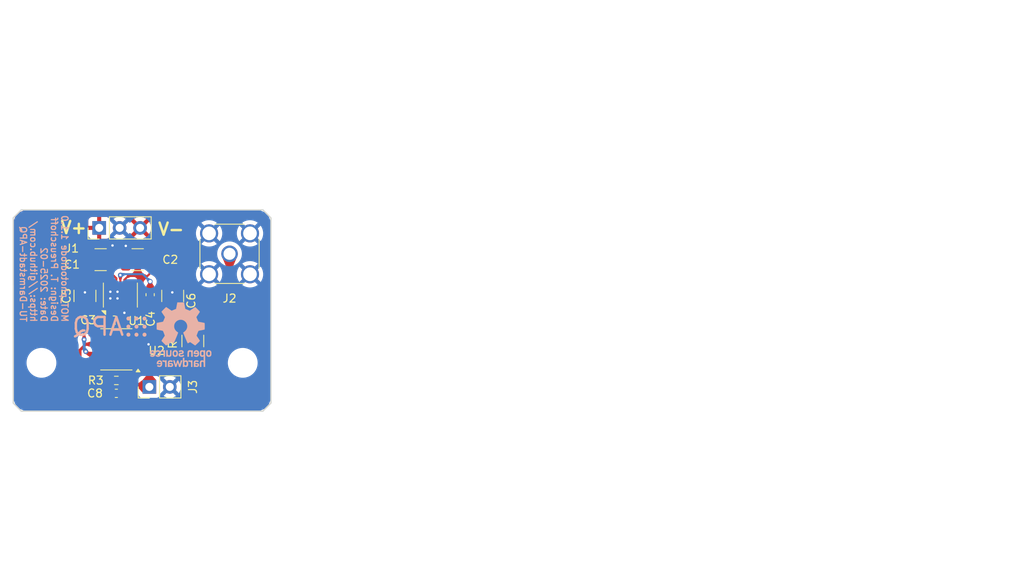
<source format=kicad_pcb>
(kicad_pcb (version 20241229) (generator "pcbnew") (generator_version "9.0")
  (title_block (title "MOT Photodiode") (date "2025-02-27") (rev "1.1.0") (company "Atoms Photons Quanta") (comment 1 "and Tilman Preuschoff") (comment 2 "Copyright (©) 2025, Patrick Baus <patrick.baus@physik.tu-darmstadt.de>") (comment 3 "Licensed under CERN OHL v.1.2"))
  (layers (0 "F.Cu" signal) (2 "B.Cu" power) (13 "F.Paste" user) (15 "B.Paste" user) (5 "F.SilkS" user "F.Silkscreen") (7 "B.SilkS" user "B.Silkscreen") (1 "F.Mask" user) (3 "B.Mask" user) (25 "Edge.Cuts" user))
  (net 0 "")
  (net 1 "GND")
  (net 2 "V+")
  (net 3 "V-")
  (net 4 "Net-(C8-Pad1)")
  (net 5 "Net-(U1A-BYPP)")
  (net 6 "Net-(U1B-BYPN)")
  (net 7 "Net-(J3-Pin_1)")
  (net 8 "Net-(J2-In)")
  (net 13 "+15V")
  (net 14 "-15V")
  (footprint "Capacitor_SMD:C_1210_3225Metric" (layer "F.Cu") (at 138.3 93.4375)
    (property "Reference" "C1" (at -3.55 0.6 0) (layer "F.SilkS"))
    (property "Value" "10u")
    (pad "1" smd roundrect (at -1.475 0) (size 1.15 2.7) (layers "F.Cu" "F.Mask" "F.Paste") (roundrect_rratio 0.217391) (net 13 "+15V"))
    (pad "2" smd roundrect (at 1.475 0) (size 1.15 2.7) (layers "F.Cu" "F.Mask" "F.Paste") (roundrect_rratio 0.217391) (net 1 "GND"))
  )
  (footprint "Capacitor_SMD:C_1210_3225Metric" (layer "F.Cu") (at 142.9 93.4375)
    (property "Reference" "C2" (at 4.05 0 0) (layer "F.SilkS"))
    (property "Value" "10u")
    (pad "1" smd roundrect (at -1.475 0) (size 1.15 2.7) (layers "F.Cu" "F.Mask" "F.Paste") (roundrect_rratio 0.217391) (net 1 "GND"))
    (pad "2" smd roundrect (at 1.475 0) (size 1.15 2.7) (layers "F.Cu" "F.Mask" "F.Paste") (roundrect_rratio 0.217391) (net 14 "-15V"))
  )
  (footprint "Capacitor_SMD:C_0603_1608Metric" (layer "F.Cu") (at 140 100.9375)
    (property "Reference" "C3" (at -3.25 0 0) (layer "F.SilkS"))
    (property "Value" "10n")
    (pad "1" smd roundrect (at -0.775 0) (size 0.9 0.95) (layers "F.Cu" "F.Mask" "F.Paste") (net 2 "V+"))
    (pad "2" smd roundrect (at 0.775 0) (size 0.9 0.95) (layers "F.Cu" "F.Mask" "F.Paste") (net 5 "Net-(U1A-BYPP)"))
  )
  (footprint "Capacitor_SMD:C_0603_1608Metric" (layer "F.Cu") (at 144.45 97.7875 -90)
    (property "Reference" "C4" (at 3 -0.05 270) (layer "F.SilkS"))
    (property "Value" "10n")
    (pad "1" smd roundrect (at -0.775 0 270) (size 0.9 0.95) (layers "F.Cu" "F.Mask" "F.Paste") (net 6 "Net-(U1B-BYPN)"))
    (pad "2" smd roundrect (at 0.775 0 270) (size 0.9 0.95) (layers "F.Cu" "F.Mask" "F.Paste") (net 3 "V-"))
  )
  (footprint "Capacitor_SMD:C_0603_1608Metric" (layer "F.Cu") (at 140.25 110.0375)
    (property "Reference" "C8" (at -2.65 0 0) (layer "F.SilkS"))
    (property "Value" "330p")
    (pad "1" smd roundrect (at -0.775 0) (size 0.9 0.95) (layers "F.Cu" "F.Mask" "F.Paste") (net 4 "Net-(C8-Pad1)"))
    (pad "2" smd roundrect (at 0.775 0) (size 0.9 0.95) (layers "F.Cu" "F.Mask" "F.Paste") (net 7 "Net-(J3-Pin_1)"))
  )
  (footprint "Connector_Coaxial:SMA_Amphenol_132134_Vertical" (layer "F.Cu") (at 154.31 92.71)
    (property "Reference" "J2" (at 0 5.54 0) (layer "F.SilkS"))
    (property "Value" "output")
    (pad "1" thru_hole circle (at 0 0) (size 2.05 2.05) (drill 1.5) (layers "*.Cu" "*.Mask") (net 8 "Net-(J2-In)"))
    (pad "2" thru_hole circle (at -2.54 -2.54) (size 2.25 2.25) (drill 1.7) (layers "*.Cu" "*.Mask") (net 1 "GND"))
    (pad "2" thru_hole circle (at -2.54 2.54) (size 2.25 2.25) (drill 1.7) (layers "*.Cu" "*.Mask") (net 1 "GND"))
    (pad "2" thru_hole circle (at 2.54 -2.54) (size 2.25 2.25) (drill 1.7) (layers "*.Cu" "*.Mask") (net 1 "GND"))
    (pad "2" thru_hole circle (at 2.54 2.54) (size 2.25 2.25) (drill 1.7) (layers "*.Cu" "*.Mask") (net 1 "GND"))
  )
  (footprint "Resistor_SMD:R_0603_1608Metric" (layer "F.Cu") (at 140.25 108.4375)
    (property "Reference" "R3" (at -2.55 0 0) (layer "F.SilkS"))
    (property "Value" "2.67k")
    (pad "1" smd roundrect (at -0.825 0) (size 0.8 0.95) (layers "F.Cu" "F.Mask" "F.Paste") (net 4 "Net-(C8-Pad1)"))
    (pad "2" smd roundrect (at 0.825 0) (size 0.8 0.95) (layers "F.Cu" "F.Mask" "F.Paste") (net 7 "Net-(J3-Pin_1)"))
  )
  (footprint "Package_DFN_QFN:Linear_DE14MA" (layer "F.Cu") (at 140.75 97.8375 90)
    (property "Reference" "U1" (at -3.2 2 180) (layer "F.SilkS"))
    (property "Value" "LT3032-12")
    (pad "1" smd rect (at -1.4 -1.5 90) (size 0.7 0.25) (layers "F.Cu" "F.Mask" "F.Paste") (net 2 "V+"))
    (pad "2" smd rect (at -1.4 -1 90) (size 0.7 0.25) (layers "F.Cu" "F.Mask" "F.Paste"))
    (pad "3" smd rect (at -1.4 -0.5 90) (size 0.7 0.25) (layers "F.Cu" "F.Mask" "F.Paste") (net 5 "Net-(U1A-BYPP)"))
    (pad "4" smd custom (at 0 -0.79 90) (size 1.65 1.28) (layers "F.Cu" "F.Mask" "F.Paste") (net 1 "GND") (options (clearance outline) (anchor rect)) (primitives (gr_circle (center 0.575 -0.64) (end 0.825 -0.64) (width 0) (fill yes)) (gr_circle (center 0.575 0.64) (end 0.825 0.64) (width 0) (fill yes)) (gr_poly (pts (xy 0.575 0.89) (xy -0.825 0.89) (xy -0.825 -0.64) (xy -0.575 -0.89) (xy 0.575 -0.89)) (width 0) (fill yes)) (gr_poly (pts (xy -0.78 0.89) (xy -0.88 0.915) (xy -1.75 0.915) (xy -1.75 0.665) (xy -0.78 0.665)) (width 0) (fill yes)) (gr_poly (pts (xy -0.825 0.665) (xy -1.075 0.665) (xy -1.025 0.66) (xy -0.977 0.645) (xy -0.935 0.622) (xy -0.897 0.591) (xy -0.866 0.552) (xy -0.844 0.511) (xy -0.83 0.464) (xy -0.825 0.415)) (width 0.001) (fill yes))))
    (pad "5" smd rect (at -1.4 0.5 90) (size 0.7 0.25) (layers "F.Cu" "F.Mask" "F.Paste") (net 1 "GND"))
    (pad "6" smd rect (at -1.4 1 90) (size 0.7 0.25) (layers "F.Cu" "F.Mask" "F.Paste") (net 14 "-15V"))
    (pad "7" smd rect (at -1.4 1.5 90) (size 0.7 0.25) (layers "F.Cu" "F.Mask" "F.Paste") (net 3 "V-"))
    (pad "8" smd rect (at 1.4 1.5 90) (size 0.7 0.25) (layers "F.Cu" "F.Mask" "F.Paste"))
    (pad "9" smd custom (at 0 1.145 90) (size 1.15 1.07) (layers "F.Cu" "F.Mask" "F.Paste") (net 14 "-15V") (options (clearance outline) (anchor rect)) (primitives (gr_circle (center -0.575 -0.285) (end -0.325 -0.285) (width 0) (fill yes)) (gr_circle (center 0.575 -0.285) (end 0.825 -0.285) (width 0) (fill yes)) (gr_circle (center -0.575 0.285) (end -0.325 0.285) (width 0) (fill yes)) (gr_circle (center 0.575 0.285) (end 0.825 0.285) (width 0) (fill yes)) (gr_poly (pts (xy 0.825 0.285) (xy -0.825 0.285) (xy -0.825 -0.285) (xy 0.825 -0.285)) (width 0) (fill yes)) (gr_poly (pts (xy 1.75 -0.02) (xy 0.825 -0.02) (xy 0.825 -0.27) (xy 1.75 -0.27)) (width 0) (fill yes))))
    (pad "10" smd rect (at 1.4 0.5 90) (size 0.7 0.25) (layers "F.Cu" "F.Mask" "F.Paste") (net 14 "-15V"))
    (pad "11" smd rect (at 1.4 0 90) (size 0.7 0.25) (layers "F.Cu" "F.Mask" "F.Paste") (net 6 "Net-(U1B-BYPN)"))
    (pad "12" smd rect (at 1.4 -0.5 90) (size 0.7 0.25) (layers "F.Cu" "F.Mask" "F.Paste") (net 13 "+15V"))
    (pad "13" smd rect (at 1.4 -1 90) (size 0.7 0.25) (layers "F.Cu" "F.Mask" "F.Paste"))
    (pad "14" smd rect (at 1.4 -1.5 90) (size 0.7 0.25) (layers "F.Cu" "F.Mask" "F.Paste") (net 13 "+15V"))
  )
  (footprint "Connector_PinHeader_2.54mm:PinHeader_1x03_P2.54mm_Vertical" (layer "F.Cu") (at 138.12 89.49 90)
    (property "Reference" "J1" (at -2.5475 -3.37 180) (layer "F.SilkS"))
    (property "Value" "Supply")
    (pad "1" thru_hole rect (at 0 0 90) (size 1.7 1.7) (drill 1) (layers "*.Cu" "*.Mask") (net 13 "+15V"))
    (pad "2" thru_hole circle (at 0 2.54 90) (size 1.7 1.7) (drill 1) (layers "*.Cu" "*.Mask") (net 1 "GND"))
    (pad "3" thru_hole circle (at 0 5.08 90) (size 1.7 1.7) (drill 1) (layers "*.Cu" "*.Mask") (net 14 "-15V"))
  )
  (footprint "Capacitor_SMD:C_1210_3225Metric" (layer "F.Cu") (at 136.35 97.9375 90)
    (property "Reference" "C5" (at 0 -2.3 90) (layer "F.SilkS"))
    (property "Value" "10u")
    (pad "1" smd roundrect (at -1.475 0 90) (size 1.15 2.7) (layers "F.Cu" "F.Mask" "F.Paste") (roundrect_rratio 0.217391) (net 2 "V+"))
    (pad "2" smd roundrect (at 1.475 0 90) (size 1.15 2.7) (layers "F.Cu" "F.Mask" "F.Paste") (roundrect_rratio 0.217391) (net 1 "GND"))
  )
  (footprint "Capacitor_SMD:C_1210_3225Metric" (layer "F.Cu") (at 147.25 97.9375 -90)
    (property "Reference" "C6" (at 0.6 -2.3 270) (layer "F.SilkS"))
    (property "Value" "10u")
    (pad "1" smd roundrect (at -1.475 0 270) (size 1.15 2.7) (layers "F.Cu" "F.Mask" "F.Paste") (roundrect_rratio 0.217391) (net 1 "GND"))
    (pad "2" smd roundrect (at 1.475 0 270) (size 1.15 2.7) (layers "F.Cu" "F.Mask" "F.Paste") (roundrect_rratio 0.217391) (net 3 "V-"))
  )
  (footprint "Connector_PinHeader_2.54mm:PinHeader_1x02_P2.54mm_Vertical" (layer "F.Cu") (at 144.35 109.2375 90)
    (property "Reference" "J3" (at 0 5.4 90) (layer "F.SilkS"))
    (property "Value" "photodiode")
    (pad "1" thru_hole rect (at 0 0 90) (size 1.7 1.7) (drill 1) (layers "*.Cu" "*.Mask") (net 7 "Net-(J3-Pin_1)"))
    (pad "2" thru_hole circle (at 0 2.54 90) (size 1.7 1.7) (drill 1) (layers "*.Cu" "*.Mask") (net 1 "GND"))
  )
  (footprint "Resistor_SMD:R_1210_3225Metric" (layer "F.Cu") (at 149.75 103.5375 -90)
    (property "Reference" "R4" (at 0 2.5 90) (layer "F.SilkS"))
    (property "Value" "49.9R")
    (pad "1" smd roundrect (at -1.4625 0 270) (size 1.125 2.65) (layers "F.Cu" "F.Mask" "F.Paste") (roundrect_rratio 0.222222) (net 8 "Net-(J2-In)"))
    (pad "2" smd roundrect (at 1.4625 0 270) (size 1.125 2.65) (layers "F.Cu" "F.Mask" "F.Paste") (roundrect_rratio 0.222222) (net 4 "Net-(C8-Pad1)"))
  )
  (footprint "Package_SO:SOIC-8-1EP_3.9x4.9mm_P1.27mm_EP2.29x3mm" (layer "F.Cu") (at 140.25 104.5725 180)
    (property "Reference" "U2" (at -5 -0.1775 180) (layer "F.SilkS"))
    (property "Value" "ADA4898-1YRDZ")
    (pad "1" smd roundrect (at -2.475 -1.905 180) (size 1.95 0.6) (layers "F.Cu" "F.Mask" "F.Paste"))
    (pad "2" smd roundrect (at -2.475 -0.635 180) (size 1.95 0.6) (layers "F.Cu" "F.Mask" "F.Paste") (net 7 "Net-(J3-Pin_1)"))
    (pad "3" smd roundrect (at -2.475 0.635 180) (size 1.95 0.6) (layers "F.Cu" "F.Mask" "F.Paste") (net 1 "GND"))
    (pad "4" smd roundrect (at -2.475 1.905 180) (size 1.95 0.6) (layers "F.Cu" "F.Mask" "F.Paste") (net 3 "V-"))
    (pad "5" smd roundrect (at 2.475 1.905 180) (size 1.95 0.6) (layers "F.Cu" "F.Mask" "F.Paste"))
    (pad "6" smd roundrect (at 2.475 0.635 180) (size 1.95 0.6) (layers "F.Cu" "F.Mask" "F.Paste") (net 4 "Net-(C8-Pad1)"))
    (pad "7" smd roundrect (at 2.475 -0.635 180) (size 1.95 0.6) (layers "F.Cu" "F.Mask" "F.Paste") (net 2 "V+"))
    (pad "8" smd roundrect (at 2.475 -1.905 180) (size 1.95 0.6) (layers "F.Cu" "F.Mask" "F.Paste"))
    (pad "9" smd rect (at 0 0 180) (size 2.29 3) (property pad_prop_heatsink) (layers "F.Cu" "F.Mask") (net 3 "V-"))
  )
  (footprint "MountingHole:MountingHole_3.2mm_M3" (layer "F.Cu") (at 130.95 106.25)
    (property "Reference" "H1" (hide yes))
    (property "Value" "MountingHole")
    (pad "" np_thru_hole circle (at 0 0) (size 3.2 3.2) (drill 3.2) (layers "*.Cu" "*.Mask"))
  )
  (footprint "MountingHole:MountingHole_3.2mm_M3" (layer "F.Cu") (at 155.95 106.25)
    (property "Reference" "H2" (hide yes))
    (property "Value" "MountingHole")
    (pad "" np_thru_hole circle (at 0 0) (size 3.2 3.2) (drill 3.2) (layers "*.Cu" "*.Mask"))
  )
  (footprint "Symbol:OSHW-Logo_7.5x8mm_SilkScreen" (layer "B.Cu") (at 148.25 102.75 180)
    (property "Reference" "SYM1" (hide yes))
    (property "Value" "Logo_Open_Hardware_Small" (hide yes))
  )
  (footprint "custom_footprints_project:APQ-Logo_small" (layer "B.Cu") (at 143.75 100.75 180)
    (property "Reference" "SYM2" (hide yes))
    (property "Value" "Logo_APQ")
    (fp_text user "APQ" (at 5.75 -1 0) (layer "B.SilkS") (effects (font (size 2.2 2.2) (thickness 0.3)) (justify mirror)))
  )
  (gr_line (start 128.45 112.25) (end 158.45 112.25) (stroke (width 0.15)) (layer "Edge.Cuts"))
  (gr_line (start 159.45 111.25) (end 159.45 88.25) (stroke (width 0.15)) (layer "Edge.Cuts"))
  (gr_line (start 159.45 88.25) (end 158.45 87.25) (stroke (width 0.15)) (layer "Edge.Cuts"))
  (gr_line (start 158.45 87.25) (end 128.45 87.25) (stroke (width 0.15)) (layer "Edge.Cuts"))
  (gr_line (start 127.45 88.25) (end 127.45 111.25) (stroke (width 0.15)) (layer "Edge.Cuts"))
  (gr_line (start 127.45 88.25) (end 128.45 87.25) (stroke (width 0.15)) (layer "Edge.Cuts"))
  (gr_line (start 158.45 112.25) (end 159.45 111.25) (stroke (width 0.15)) (layer "Edge.Cuts"))
  (gr_line (start 128.45 112.25) (end 127.45 111.25) (stroke (width 0.15)) (layer "Edge.Cuts"))
  (gr_text "V+" (at 134.95 89.45 0) (layer "F.SilkS") (effects (font (size 1.5 1.5) (thickness 0.3))))
  (gr_text "V-" (at 147.05 89.65 0) (layer "F.SilkS") (effects (font (size 1.5 1.5) (thickness 0.3))))
  (gr_text "MOT_photodiode 1.1.0\nDesign: T. Preuschoff\nDate: 2025-02\nhttps://github.com/\nTU-Darmstadt-APQ" (at 131.25 101.25 270) (layer "B.SilkS") (effects (font (size 0.8 0.8) (thickness 0.15) (bold yes)) (justify left mirror)))
  (segment (start 147.2 97.5) (end 147.25 97.45) (width 0.25) (layer "F.Cu") (net 1))
  (segment (start 140.9375 100.0375) (end 140.75 99.85) (width 0.25) (layer "F.Cu") (net 1))
  (segment (start 147.25 97.45) (end 147.25 96.4625) (width 0.25) (layer "F.Cu") (net 1))
  (segment (start 140.75 99.85) (end 140.75 98.605) (width 0.25) (layer "F.Cu") (net 1))
  (segment (start 144.2375 103.9375) (end 144.25 103.95) (width 0.35) (layer "F.Cu") (net 1))
  (segment (start 136.35 96.4625) (end 136.35 97.5) (width 0.25) (layer "F.Cu") (net 1))
  (segment (start 141.425 91.725) (end 141.425 93.4375) (width 0.35) (layer "F.Cu") (net 1))
  (segment (start 142.725 103.9375) (end 144.2375 103.9375) (width 0.35) (layer "F.Cu") (net 1))
  (segment (start 139.775 91.675) (end 139.775 93.4375) (width 0.35) (layer "F.Cu") (net 1))
  (segment (start 141.25 100.0375) (end 141.25 99.2875) (width 0.25) (layer "F.Cu") (net 1))
  (segment (start 141.25 100.0375) (end 140.9375 100.0375) (width 0.25) (layer "F.Cu") (net 1))
  (segment (start 140.75 98.605) (end 140.395 98.25) (width 0.25) (layer "F.Cu") (net 1))
  (via (at 139.505 97.425) (size 0.6) (drill 0.3) (layers "F.Cu" "B.Cu") (net 1))
  (via (at 139.505 98.25) (size 0.6) (drill 0.3) (layers "F.Cu" "B.Cu") (net 1))
  (via (at 144.25 103.95) (size 0.6) (drill 0.3) (layers "F.Cu" "B.Cu") (net 1))
  (via (at 140.395 97.425) (size 0.6) (drill 0.3) (layers "F.Cu" "B.Cu") (net 1))
  (via (at 136.35 97.5) (size 0.6) (drill 0.3) (layers "F.Cu" "B.Cu") (net 1))
  (via (at 141.425 91.725) (size 0.6) (drill 0.3) (layers "F.Cu" "B.Cu") (net 1))
  (via (at 141.25 100.0375) (size 0.6) (drill 0.3) (layers "F.Cu" "B.Cu") (net 1))
  (via (at 140.395 98.25) (size 0.6) (drill 0.3) (layers "F.Cu" "B.Cu") (net 1))
  (via (at 139.775 91.675) (size 0.6) (drill 0.3) (layers "F.Cu" "B.Cu") (net 1))
  (via (at 147.2 97.5) (size 0.6) (drill 0.3) (layers "F.Cu" "B.Cu") (net 1))
  (segment (start 139.225 100.175) (end 139.225 100.9375) (width 0.25) (layer "F.Cu") (net 2))
  (segment (start 136.25 101.35) (end 136.6625 100.9375) (width 0.25) (layer "F.Cu") (net 2))
  (segment (start 136.6625 100.9375) (end 136.35 100.625) (width 0.25) (layer "F.Cu") (net 2))
  (segment (start 136.6625 100.9375) (end 139.225 100.9375) (width 0.25) (layer "F.Cu") (net 2))
  (segment (start 139.25 99.2375) (end 139.25 100.15) (width 0.25) (layer "F.Cu") (net 2))
  (segment (start 136.35 100.625) (end 136.35 99.4125) (width 0.25) (layer "F.Cu") (net 2))
  (segment (start 136.45 104.85) (end 136.8075 105.2075) (width 0.35) (layer "F.Cu") (net 2))
  (segment (start 136.8075 105.2075) (end 137.775 105.2075) (width 0.35) (layer "F.Cu") (net 2))
  (segment (start 139.25 100.15) (end 139.225 100.175) (width 0.25) (layer "F.Cu") (net 2))
  (segment (start 136.25 103.35) (end 136.25 101.35) (width 0.25) (layer "F.Cu") (net 2))
  (via (at 136.45 104.85) (size 0.6) (drill 0.3) (layers "F.Cu" "B.Cu") (net 2))
  (via (at 136.25 103.35) (size 0.6) (drill 0.3) (layers "F.Cu" "B.Cu") (net 2))
  (segment (start 136.25 103.35) (end 136.25 104.65) (width 0.35) (layer "B.Cu") (net 2))
  (segment (start 136.25 104.65) (end 136.45 104.85) (width 0.35) (layer "B.Cu") (net 2))
  (segment (start 142.25 99.2375) (end 142.25 99.95) (width 0.25) (layer "F.Cu") (net 3))
  (segment (start 142.25 99.95) (end 142.4 100.1) (width 0.25) (layer "F.Cu") (net 3))
  (segment (start 143.7 100.1) (end 144.45 99.35) (width 0.25) (layer "F.Cu") (net 3))
  (segment (start 144.45 98.5625) (end 144.45 98.5375) (width 0.25) (layer "F.Cu") (net 3))
  (segment (start 145.825 99.4125) (end 147.25 99.4125) (width 0.25) (layer "F.Cu") (net 3))
  (segment (start 141.1325 102.6675) (end 140.25 103.55) (width 0.35) (layer "F.Cu") (net 3))
  (segment (start 144.975 98.5625) (end 145.825 99.4125) (width 0.25) (layer "F.Cu") (net 3))
  (segment (start 145.0325 102.6675) (end 147.25 100.45) (width 0.35) (layer "F.Cu") (net 3))
  (segment (start 142.725 102.6675) (end 145.0325 102.6675) (width 0.35) (layer "F.Cu") (net 3))
  (segment (start 144.45 98.5625) (end 144.975 98.5625) (width 0.25) (layer "F.Cu") (net 3))
  (segment (start 140.25 103.55) (end 140.25 104.5725) (width 0.35) (layer "F.Cu") (net 3))
  (segment (start 142.725 102.6675) (end 141.1325 102.6675) (width 0.35) (layer "F.Cu") (net 3))
  (segment (start 144.45 99.35) (end 144.45 98.5625) (width 0.25) (layer "F.Cu") (net 3))
  (segment (start 147.25 100.45) (end 147.25 99.4125) (width 0.35) (layer "F.Cu") (net 3))
  (segment (start 142.4 100.1) (end 143.7 100.1) (width 0.25) (layer "F.Cu") (net 3))
  (segment (start 149.35 107.1375) (end 149.75 106.7375) (width 0.5) (layer "F.Cu") (net 4))
  (segment (start 149.35 110.5375) (end 149.35 107.1375) (width 0.5) (layer "F.Cu") (net 4))
  (segment (start 136.5375 108.4375) (end 139.425 108.4375) (width 0.35) (layer "F.Cu") (net 4))
  (segment (start 135.75 107.65) (end 136.5375 108.4375) (width 0.35) (layer "F.Cu") (net 4))
  (segment (start 149.75 106.7375) (end 149.75 105) (width 0.5) (layer "F.Cu") (net 4))
  (segment (start 135.75 104.65) (end 135.75 107.65) (width 0.35) (layer "F.Cu") (net 4))
  (segment (start 137.775 103.9375) (end 136.4625 103.9375) (width 0.35) (layer "F.Cu") (net 4))
  (segment (start 139.425 109.2375) (end 139.475 109.2875) (width 0.25) (layer "F.Cu") (net 4))
  (segment (start 139.475 109.2875) (end 139.475 110.0375) (width 0.25) (layer "F.Cu") (net 4))
  (segment (start 139.475 110.0375) (end 139.475 110.8625) (width 0.5) (layer "F.Cu") (net 4))
  (segment (start 148.6375 111.25) (end 149.35 110.5375) (width 0.5) (layer "F.Cu") (net 4))
  (segment (start 136.4625 103.9375) (end 135.75 104.65) (width 0.35) (layer "F.Cu") (net 4))
  (segment (start 139.475 110.8625) (end 139.8625 111.25) (width 0.5) (layer "F.Cu") (net 4))
  (segment (start 139.8625 111.25) (end 148.6375 111.25) (width 0.5) (layer "F.Cu") (net 4))
  (segment (start 139.425 108.4375) (end 139.425 109.2375) (width 0.25) (layer "F.Cu") (net 4))
  (segment (start 140.25 100.4375) (end 140.75 100.9375) (width 0.25) (layer "F.Cu") (net 5))
  (segment (start 140.25 99.2875) (end 140.25 100.4375) (width 0.25) (layer "F.Cu") (net 5))
  (segment (start 144.45 96.15) (end 144.45 97.0125) (width 0.25) (layer "F.Cu") (net 6))
  (segment (start 140.75 95.357825) (end 140.75 96.3875) (width 0.25) (layer "F.Cu") (net 6))
  (via (at 140.75 95.357825) (size 0.6) (drill 0.3) (layers "F.Cu" "B.Cu") (net 6))
  (via (at 144.45 96.15) (size 0.6) (drill 0.4) (layers "F.Cu" "B.Cu") (net 6))
  (segment (start 143.5375 95.2375) (end 144.45 96.15) (width 0.25) (layer "B.Cu") (net 6))
  (segment (start 140.75 95.357825) (end 140.870325 95.2375) (width 0.25) (layer "B.Cu") (net 6))
  (segment (start 140.870325 95.2375) (end 143.5375 95.2375) (width 0.25) (layer "B.Cu") (net 6))
  (segment (start 143.05 109.2375) (end 144.35 109.2375) (width 0.25) (layer "F.Cu") (net 7))
  (segment (start 141.075 108.4375) (end 141.075 109.2375) (width 0.25) (layer "F.Cu") (net 7))
  (segment (start 141.025 109.2875) (end 141.025 110.0375) (width 0.25) (layer "F.Cu") (net 7))
  (segment (start 142.25 108.4375) (end 143.05 109.2375) (width 0.25) (layer "F.Cu") (net 7))
  (segment (start 144.35 105.6375) (end 143.92 105.2075) (width 0.25) (layer "F.Cu") (net 7))
  (segment (start 144.35 109.2375) (end 144.35 105.6375) (width 0.25) (layer "F.Cu") (net 7))
  (segment (start 142.725 105.2075) (end 143.92 105.2075) (width 0.25) (layer "F.Cu") (net 7))
  (segment (start 141.075 108.4375) (end 142.25 108.4375) (width 0.25) (layer "F.Cu") (net 7))
  (segment (start 141.075 109.2375) (end 141.025 109.2875) (width 0.25) (layer "F.Cu") (net 7))
  (segment (start 154.31 99.4775) (end 151.7125 102.075) (width 0.5) (layer "F.Cu") (net 8))
  (segment (start 154.31 92.71) (end 154.31 99.4775) (width 0.5) (layer "F.Cu") (net 8))
  (segment (start 151.7125 102.075) (end 149.75 102.075) (width 0.5) (layer "F.Cu") (net 8))
  (segment (start 140.25 95.75) (end 139.9375 95.4375) (width 0.25) (layer "F.Cu") (net 13))
  (segment (start 140.25 96.4375) (end 140.25 95.75) (width 0.25) (layer "F.Cu") (net 13))
  (segment (start 138.2 95) (end 138.2 93.4375) (width 0.25) (layer "F.Cu") (net 13))
  (segment (start 138.2 93.4375) (end 136.825 93.4375) (width 0.25) (layer "F.Cu") (net 13))
  (segment (start 139.25 96.05) (end 138.2 95) (width 0.25) (layer "F.Cu") (net 13))
  (segment (start 139.25 96.4375) (end 139.25 96.05) (width 0.25) (layer "F.Cu") (net 13))
  (segment (start 139.9375 95.4375) (end 138.6375 95.4375) (width 0.25) (layer "F.Cu") (net 13))
  (segment (start 144.4 93.6775) (end 144.4 95.1775) (width 0.25) (layer "F.Cu") (net 14))
  (segment (start 142.5125 95.4375) (end 142.95 95) (width 0.25) (layer "F.Cu") (net 14))
  (segment (start 144.25 95.3275) (end 143.35 96.2275) (width 0.25) (layer "F.Cu") (net 14))
  (segment (start 142.635 97.8375) (end 141.85 97.8375) (width 0.25) (layer "F.Cu") (net 14))
  (segment (start 141.75 99.2875) (end 141.75 97.9375) (width 0.25) (layer "F.Cu") (net 14))
  (segment (start 142.95 93.4375) (end 144.375 93.4375) (width 0.25) (layer "F.Cu") (net 14))
  (segment (start 141.25 96.4375) (end 141.25 95.9375) (width 0.25) (layer "F.Cu") (net 14))
  (segment (start 143.35 97.1225) (end 142.635 97.8375) (width 0.25) (layer "F.Cu") (net 14))
  (segment (start 142.95 95) (end 142.95 93.4375) (width 0.25) (layer "F.Cu") (net 14))
  (segment (start 144.4 95.1775) (end 144.25 95.3275) (width 0.25) (layer "F.Cu") (net 14))
  (segment (start 141.25 95.9375) (end 141.75 95.4375) (width 0.25) (layer "F.Cu") (net 14))
  (segment (start 143.35 96.2275) (end 143.35 97.1225) (width 0.25) (layer "F.Cu") (net 14))
  (segment (start 141.75 97.9375) (end 141.85 97.8375) (width 0.25) (layer "F.Cu") (net 14))
  (segment (start 141.75 95.4375) (end 142.5125 95.4375) (width 0.25) (layer "F.Cu") (net 14))
  (zone (net 14) (net_name "-15V") (layer "F.Cu") (connect_pads (clearance 0.508)) (min_thickness 0.254) (fill yes (thermal_gap 0.508) (thermal_bridge_width 0.508) (smoothing chamfer) (radius 0.5))
    (polygon (pts (xy 141.25 87.25) (xy 141.25 97.05) (xy 149.55 97.05) (xy 149.55 87.25)))
  )
  (zone (net 13) (net_name "+15V") (layer "F.Cu") (connect_pads (clearance 0.508)) (min_thickness 0.254) (fill yes (thermal_gap 0.508) (thermal_bridge_width 0.508) (smoothing chamfer) (radius 0.5))
    (polygon (pts (xy 140.15 87.25) (xy 140.15 97.05) (xy 127.45 97.05) (xy 127.45 87.25)))
  )
  (zone (net 1) (net_name "GND") (layer "B.Cu") (connect_pads (clearance 0.508)) (min_thickness 0.254) (fill yes (thermal_gap 0.508) (thermal_bridge_width 0.508) (smoothing chamfer) (radius 0.5))
    (polygon (pts (xy 127.45 87.25) (xy 127.45 112.25) (xy 159.45 112.25) (xy 159.45 87.25)))
  )
)
</source>
